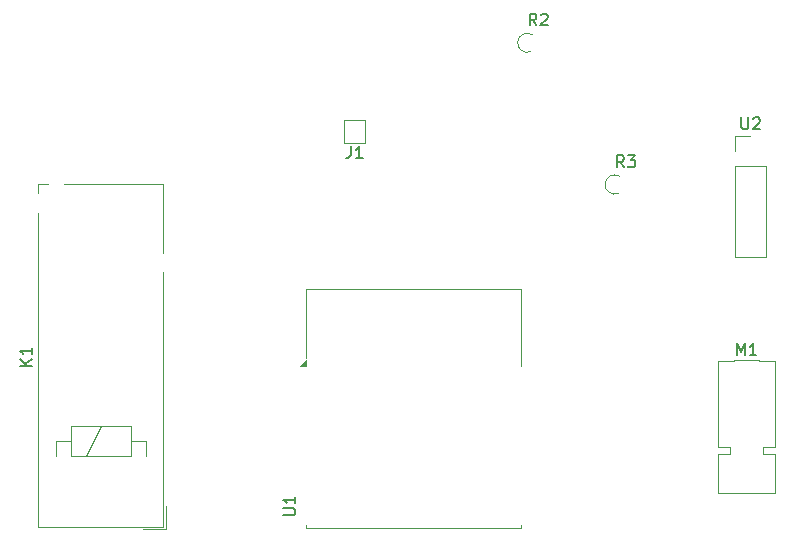
<source format=gbr>
%TF.GenerationSoftware,KiCad,Pcbnew,9.0.0*%
%TF.CreationDate,2025-04-09T12:13:31+05:30*%
%TF.ProjectId,iot-waterpump,696f742d-7761-4746-9572-70756d702e6b,rev?*%
%TF.SameCoordinates,Original*%
%TF.FileFunction,Legend,Top*%
%TF.FilePolarity,Positive*%
%FSLAX46Y46*%
G04 Gerber Fmt 4.6, Leading zero omitted, Abs format (unit mm)*
G04 Created by KiCad (PCBNEW 9.0.0) date 2025-04-09 12:13:31*
%MOMM*%
%LPD*%
G01*
G04 APERTURE LIST*
%ADD10C,0.150000*%
%ADD11C,0.120000*%
G04 APERTURE END LIST*
D10*
X228738095Y-91824819D02*
X228738095Y-92634342D01*
X228738095Y-92634342D02*
X228785714Y-92729580D01*
X228785714Y-92729580D02*
X228833333Y-92777200D01*
X228833333Y-92777200D02*
X228928571Y-92824819D01*
X228928571Y-92824819D02*
X229119047Y-92824819D01*
X229119047Y-92824819D02*
X229214285Y-92777200D01*
X229214285Y-92777200D02*
X229261904Y-92729580D01*
X229261904Y-92729580D02*
X229309523Y-92634342D01*
X229309523Y-92634342D02*
X229309523Y-91824819D01*
X229738095Y-91920057D02*
X229785714Y-91872438D01*
X229785714Y-91872438D02*
X229880952Y-91824819D01*
X229880952Y-91824819D02*
X230119047Y-91824819D01*
X230119047Y-91824819D02*
X230214285Y-91872438D01*
X230214285Y-91872438D02*
X230261904Y-91920057D01*
X230261904Y-91920057D02*
X230309523Y-92015295D01*
X230309523Y-92015295D02*
X230309523Y-92110533D01*
X230309523Y-92110533D02*
X230261904Y-92253390D01*
X230261904Y-92253390D02*
X229690476Y-92824819D01*
X229690476Y-92824819D02*
X230309523Y-92824819D01*
X218783333Y-96034819D02*
X218450000Y-95558628D01*
X218211905Y-96034819D02*
X218211905Y-95034819D01*
X218211905Y-95034819D02*
X218592857Y-95034819D01*
X218592857Y-95034819D02*
X218688095Y-95082438D01*
X218688095Y-95082438D02*
X218735714Y-95130057D01*
X218735714Y-95130057D02*
X218783333Y-95225295D01*
X218783333Y-95225295D02*
X218783333Y-95368152D01*
X218783333Y-95368152D02*
X218735714Y-95463390D01*
X218735714Y-95463390D02*
X218688095Y-95511009D01*
X218688095Y-95511009D02*
X218592857Y-95558628D01*
X218592857Y-95558628D02*
X218211905Y-95558628D01*
X219116667Y-95034819D02*
X219735714Y-95034819D01*
X219735714Y-95034819D02*
X219402381Y-95415771D01*
X219402381Y-95415771D02*
X219545238Y-95415771D01*
X219545238Y-95415771D02*
X219640476Y-95463390D01*
X219640476Y-95463390D02*
X219688095Y-95511009D01*
X219688095Y-95511009D02*
X219735714Y-95606247D01*
X219735714Y-95606247D02*
X219735714Y-95844342D01*
X219735714Y-95844342D02*
X219688095Y-95939580D01*
X219688095Y-95939580D02*
X219640476Y-95987200D01*
X219640476Y-95987200D02*
X219545238Y-96034819D01*
X219545238Y-96034819D02*
X219259524Y-96034819D01*
X219259524Y-96034819D02*
X219164286Y-95987200D01*
X219164286Y-95987200D02*
X219116667Y-95939580D01*
X211378333Y-84034819D02*
X211045000Y-83558628D01*
X210806905Y-84034819D02*
X210806905Y-83034819D01*
X210806905Y-83034819D02*
X211187857Y-83034819D01*
X211187857Y-83034819D02*
X211283095Y-83082438D01*
X211283095Y-83082438D02*
X211330714Y-83130057D01*
X211330714Y-83130057D02*
X211378333Y-83225295D01*
X211378333Y-83225295D02*
X211378333Y-83368152D01*
X211378333Y-83368152D02*
X211330714Y-83463390D01*
X211330714Y-83463390D02*
X211283095Y-83511009D01*
X211283095Y-83511009D02*
X211187857Y-83558628D01*
X211187857Y-83558628D02*
X210806905Y-83558628D01*
X211759286Y-83130057D02*
X211806905Y-83082438D01*
X211806905Y-83082438D02*
X211902143Y-83034819D01*
X211902143Y-83034819D02*
X212140238Y-83034819D01*
X212140238Y-83034819D02*
X212235476Y-83082438D01*
X212235476Y-83082438D02*
X212283095Y-83130057D01*
X212283095Y-83130057D02*
X212330714Y-83225295D01*
X212330714Y-83225295D02*
X212330714Y-83320533D01*
X212330714Y-83320533D02*
X212283095Y-83463390D01*
X212283095Y-83463390D02*
X211711667Y-84034819D01*
X211711667Y-84034819D02*
X212330714Y-84034819D01*
X228340476Y-111949819D02*
X228340476Y-110949819D01*
X228340476Y-110949819D02*
X228673809Y-111664104D01*
X228673809Y-111664104D02*
X229007142Y-110949819D01*
X229007142Y-110949819D02*
X229007142Y-111949819D01*
X230007142Y-111949819D02*
X229435714Y-111949819D01*
X229721428Y-111949819D02*
X229721428Y-110949819D01*
X229721428Y-110949819D02*
X229626190Y-111092676D01*
X229626190Y-111092676D02*
X229530952Y-111187914D01*
X229530952Y-111187914D02*
X229435714Y-111235533D01*
X168634819Y-112838094D02*
X167634819Y-112838094D01*
X168634819Y-112266666D02*
X168063390Y-112695237D01*
X167634819Y-112266666D02*
X168206247Y-112838094D01*
X168634819Y-111314285D02*
X168634819Y-111885713D01*
X168634819Y-111599999D02*
X167634819Y-111599999D01*
X167634819Y-111599999D02*
X167777676Y-111695237D01*
X167777676Y-111695237D02*
X167872914Y-111790475D01*
X167872914Y-111790475D02*
X167920533Y-111885713D01*
X195666666Y-94254819D02*
X195666666Y-94969104D01*
X195666666Y-94969104D02*
X195619047Y-95111961D01*
X195619047Y-95111961D02*
X195523809Y-95207200D01*
X195523809Y-95207200D02*
X195380952Y-95254819D01*
X195380952Y-95254819D02*
X195285714Y-95254819D01*
X196666666Y-95254819D02*
X196095238Y-95254819D01*
X196380952Y-95254819D02*
X196380952Y-94254819D01*
X196380952Y-94254819D02*
X196285714Y-94397676D01*
X196285714Y-94397676D02*
X196190476Y-94492914D01*
X196190476Y-94492914D02*
X196095238Y-94540533D01*
X189954819Y-125491904D02*
X190764342Y-125491904D01*
X190764342Y-125491904D02*
X190859580Y-125444285D01*
X190859580Y-125444285D02*
X190907200Y-125396666D01*
X190907200Y-125396666D02*
X190954819Y-125301428D01*
X190954819Y-125301428D02*
X190954819Y-125110952D01*
X190954819Y-125110952D02*
X190907200Y-125015714D01*
X190907200Y-125015714D02*
X190859580Y-124968095D01*
X190859580Y-124968095D02*
X190764342Y-124920476D01*
X190764342Y-124920476D02*
X189954819Y-124920476D01*
X190954819Y-123920476D02*
X190954819Y-124491904D01*
X190954819Y-124206190D02*
X189954819Y-124206190D01*
X189954819Y-124206190D02*
X190097676Y-124301428D01*
X190097676Y-124301428D02*
X190192914Y-124396666D01*
X190192914Y-124396666D02*
X190240533Y-124491904D01*
D11*
%TO.C,U2*%
X230830000Y-95970000D02*
X230830000Y-103650000D01*
X228170000Y-103650000D02*
X230830000Y-103650000D01*
X228170000Y-95970000D02*
X230830000Y-95970000D01*
X228170000Y-95970000D02*
X228170000Y-103650000D01*
X228170000Y-94700000D02*
X228170000Y-93370000D01*
X228170000Y-93370000D02*
X229500000Y-93370000D01*
%TO.C,R3*%
X218320095Y-98249359D02*
G75*
G02*
X218417133Y-96800000I-320095J749359D01*
G01*
%TO.C,R2*%
X210915095Y-86249359D02*
G75*
G02*
X211012133Y-84800000I-320095J749359D01*
G01*
%TO.C,M1*%
X231550000Y-123595000D02*
X226750000Y-123595000D01*
X231550000Y-120295000D02*
X231550000Y-123595000D01*
X231550000Y-119695000D02*
X230550000Y-119695000D01*
X231550000Y-112795000D02*
X231550000Y-119695000D01*
X231550000Y-112445000D02*
X231550000Y-112795000D01*
X230550000Y-120295000D02*
X231550000Y-120295000D01*
X230550000Y-119695000D02*
X230550000Y-120295000D01*
X230200000Y-112445000D02*
X231550000Y-112445000D01*
X230200000Y-112395000D02*
X230200000Y-112445000D01*
X228100000Y-112445000D02*
X228100000Y-112395000D01*
X228100000Y-112395000D02*
X230200000Y-112395000D01*
X227750000Y-120295000D02*
X227750000Y-119695000D01*
X227750000Y-119695000D02*
X226750000Y-119695000D01*
X226750000Y-123595000D02*
X226750000Y-120295000D01*
X226750000Y-120295000D02*
X227750000Y-120295000D01*
X226750000Y-119695000D02*
X226750000Y-112795000D01*
X226750000Y-112795000D02*
X226750000Y-112445000D01*
X226750000Y-112445000D02*
X228100000Y-112445000D01*
%TO.C,K1*%
X171400000Y-97500000D02*
X179800000Y-97500000D01*
X169200000Y-97500000D02*
X170000000Y-97500000D01*
X179800000Y-97550000D02*
X179800000Y-103300000D01*
X169200000Y-98250000D02*
X169200000Y-97500000D01*
X179800000Y-104900000D02*
X179800000Y-126500000D01*
X177030000Y-117920000D02*
X177030000Y-120460000D01*
X171950000Y-117920000D02*
X177030000Y-117920000D01*
X178300000Y-119190000D02*
X178300000Y-120460000D01*
X177030000Y-119190000D02*
X178300000Y-119190000D01*
X171950000Y-119190000D02*
X171950000Y-117920000D01*
X170680000Y-119190000D02*
X171950000Y-119190000D01*
X177030000Y-120460000D02*
X171950000Y-120460000D01*
X173220000Y-120460000D02*
X174490000Y-117920000D01*
X171950000Y-120460000D02*
X171950000Y-119190000D01*
X170680000Y-120460000D02*
X170680000Y-119190000D01*
X180000000Y-124750000D02*
X180000000Y-126700000D01*
X179800000Y-126500000D02*
X169200000Y-126500000D01*
X169200000Y-126500000D02*
X169200000Y-99900000D01*
X180000000Y-126700000D02*
X178100000Y-126700000D01*
%TO.C,J1*%
X196900000Y-93950000D02*
X196900000Y-92100000D01*
X196900000Y-92100000D02*
X196900000Y-92050000D01*
X196900000Y-92050000D02*
X195050000Y-92050000D01*
X195050000Y-93950000D02*
X196900000Y-93950000D01*
X195050000Y-92050000D02*
X195050000Y-93950000D01*
%TO.C,U1*%
X191900000Y-112900000D02*
X191400000Y-112900000D01*
X191900000Y-112400000D01*
X191900000Y-112900000D01*
G36*
X191900000Y-112900000D02*
G01*
X191400000Y-112900000D01*
X191900000Y-112400000D01*
X191900000Y-112900000D01*
G37*
X210110000Y-126310000D02*
X210110000Y-126610000D01*
X210110000Y-106390000D02*
X210110000Y-112890000D01*
X191890000Y-126610000D02*
X210110000Y-126610000D01*
X191890000Y-126310000D02*
X191890000Y-126610000D01*
X191890000Y-106390000D02*
X210110000Y-106390000D01*
X191890000Y-106390000D02*
X191890000Y-112200000D01*
%TD*%
M02*

</source>
